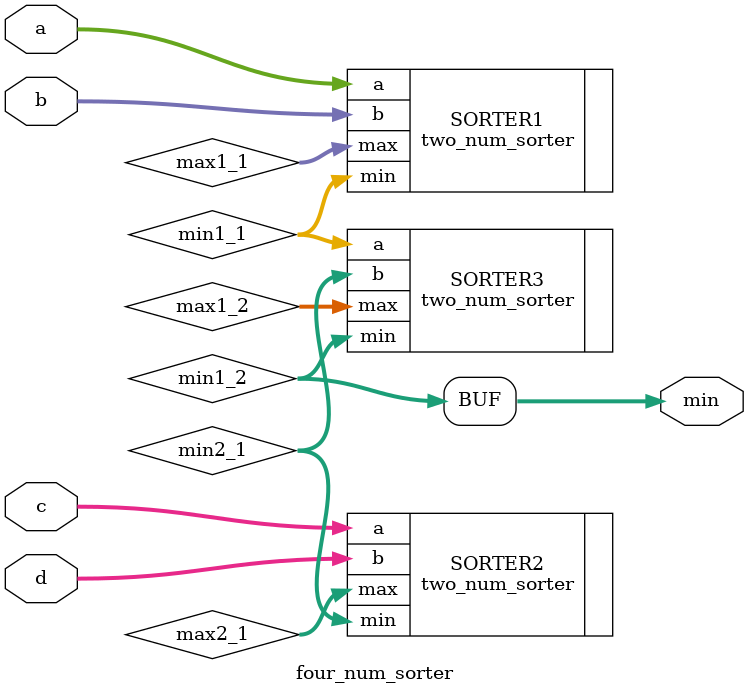
<source format=v>
`include "two_num_sorter.v"
module four_num_sorter#(parameter DATA_WIDTH=4)
                       (a,
                        b,
                        c,
                        d,
                        min);

    input [DATA_WIDTH-1:0] a;
    input [DATA_WIDTH-1:0] b;
    input [DATA_WIDTH-1:0] c;
    input [DATA_WIDTH-1:0] d;
    output [DATA_WIDTH-1:0] min;

    wire[DATA_WIDTH-1:0] max1_1,max2_1,min1_1,min2_1;
    wire[DATA_WIDTH-1:0] max1_2,min1_2;


    two_num_sorter #(DATA_WIDTH) SORTER1(.a(a),.b(b),.min(min1_1),.max(max1_1));
    two_num_sorter #(DATA_WIDTH) SORTER2(.a(c),.b(d),.min(min2_1),.max(max2_1));

    two_num_sorter #(DATA_WIDTH) SORTER3(.a(min1_1),.b(min2_1),.min(min1_2),.max(max1_2));

    assign min = min1_2;



endmodule

</source>
